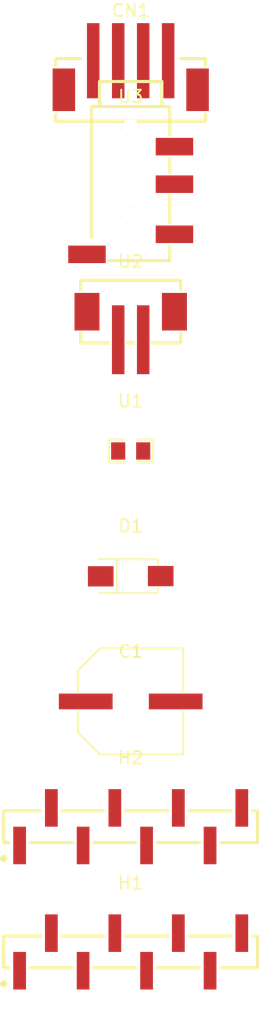
<source format=kicad_pcb>
(kicad_pcb (version 20241229) (generator "atopile") (generator_version "0.12.4")
  (layers (0 "F.Cu" signal) (31 "B.Cu" signal) (34 "B.Paste" user) (35 "F.Paste" user) (36 "B.SilkS" user "B.Silkscreen") (37 "F.SilkS" user "F.Silkscreen") (38 "B.Mask" user) (39 "F.Mask" user) (44 "Edge.Cuts" user))
  (net 0 "")
  (net 3 "footprint-_4-0")
  (net 4 "df_header_right-_5")
  (net 5 "footprint-_6")
  (net 6 "df_header_right-_4")
  (net 7 "df_header_right-_2")
  (net 8 "footprint-_3-1")
  (net 9 "footprint-_5")
  (net 10 "df_header_right-_3")
  (net 11 "df_header_right-_1")
  (net 12 "footprint-net-1")
  (net 13 "df_header_left-_2-0")
  (net 14 "df_header_left-_2-2")
  (net 15 "footprint-net-0")
  (net 16 "footprint-_3-0")
  (net 17 "gnd")
  (net 18 "df_header_left-_1-1")
  (net 19 "v_in_5v")
  (net 20 "footprint-_4-1")
  (net 21 "df_header_left-_2-1")
  (net 22 "v_dfplayer")
  (net 23 "df_header_left-_3")
  (net 24 "_7")
  (net 25 "df_header_left-_1-0")
  (net 26 "df_header_right-_6")
  (net 27 "footprint-net-2")
  (footprint "hanxia_HX_PM2_54_1x8P_TP_H8_5_ZQ:HDR-SMD_8P-P2.54-V-F-LS4.7" (layer "F.Cu") (at 0 0 0)
    (property "Reference" "H1" (at 0 -5.5 0) (layer "F.SilkS") (hide no))
    (property "Value" "")
    (fp_line (start 10.15 -1.27) (end 9.75 -1.27) (stroke (width 0.25)) (layer "F.SilkS"))
    (fp_line (start 7.22 1.27) (end 10.15 1.27) (stroke (width 0.25)) (layer "F.SilkS"))
    (fp_line (start -10.16 1.27) (end -10.16 -1.27) (stroke (width 0.25)) (layer "F.SilkS"))
    (fp_line (start -9.75 1.27) (end -10.16 1.27) (stroke (width 0.25)) (layer "F.SilkS"))
    (fp_line (start -4.67 1.27) (end -8.02 1.27) (stroke (width 0.25)) (layer "F.SilkS"))
    (fp_line (start 0.4 1.27) (end -2.95 1.27) (stroke (width 0.25)) (layer "F.SilkS"))
    (fp_line (start 5.49 1.27) (end 2.13 1.27) (stroke (width 0.25)) (layer "F.SilkS"))
    (fp_line (start 4.67 -1.27) (end 8.02 -1.27) (stroke (width 0.25)) (layer "F.SilkS"))
    (fp_line (start -0.4 -1.27) (end 2.95 -1.27) (stroke (width 0.25)) (layer "F.SilkS"))
    (fp_line (start -5.49 -1.27) (end -2.13 -1.27) (stroke (width 0.25)) (layer "F.SilkS"))
    (fp_line (start -10.16 -1.27) (end -7.22 -1.27) (stroke (width 0.25)) (layer "F.SilkS"))
    (fp_line (start 10.15 -1.27) (end 10.15 -0.51) (stroke (width 0.25)) (layer "F.SilkS"))
    (fp_line (start 10.15 -0.51) (end 10.15 1.27) (stroke (width 0.25)) (layer "F.SilkS"))
    (fp_circle (center -10.16 2.54) (end -10.01 2.54) (stroke (width 0.3)) (fill no) (layer "F.SilkS"))
    (fp_text user "${REFERENCE}" (at 0 -5.5 0) (layer "F.SilkS"))
    (pad "8" smd rect (at 8.89 -1.5 180) (size 1.02 3) (layers "F.Cu" "F.Paste" "F.Mask") (net 17 "gnd"))
    (pad "7" smd rect (at 6.35 1.5 180) (size 1.02 3) (layers "F.Cu" "F.Paste" "F.Mask") (net 14 "df_header_left-_2-2"))
    (pad "6" smd rect (at 3.81 -1.5 180) (size 1.02 3) (layers "F.Cu" "F.Paste" "F.Mask") (net 18 "df_header_left-_1-1"))
    (pad "5" smd rect (at 1.27 1.5 180) (size 1.02 3) (layers "F.Cu" "F.Paste" "F.Mask") (net 21 "df_header_left-_2-1"))
    (pad "4" smd rect (at -1.27 -1.5 180) (size 1.02 3) (layers "F.Cu" "F.Paste" "F.Mask") (net 25 "df_header_left-_1-0"))
    (pad "2" smd rect (at -6.35 -1.5 180) (size 1.02 3) (layers "F.Cu" "F.Paste" "F.Mask") (net 13 "df_header_left-_2-0"))
    (pad "3" smd rect (at -3.81 1.5 180) (size 1.02 3) (layers "F.Cu" "F.Paste" "F.Mask") (net 23 "df_header_left-_3"))
    (pad "1" smd rect (at -8.89 1.5 180) (size 1.02 3) (layers "F.Cu" "F.Paste" "F.Mask") (net 22 "v_dfplayer"))
  )
  (footprint "hanxia_HX_PM2_54_1x8P_TP_H8_5_ZQ:HDR-SMD_8P-P2.54-V-F-LS4.7" (layer "F.Cu") (at 0 -10 0)
    (property "Reference" "H2" (at 0 -5.5 0) (layer "F.SilkS") (hide no))
    (property "Value" "")
    (fp_line (start 10.15 -1.27) (end 9.75 -1.27) (stroke (width 0.25)) (layer "F.SilkS"))
    (fp_line (start 7.22 1.27) (end 10.15 1.27) (stroke (width 0.25)) (layer "F.SilkS"))
    (fp_line (start -10.16 1.27) (end -10.16 -1.27) (stroke (width 0.25)) (layer "F.SilkS"))
    (fp_line (start -9.75 1.27) (end -10.16 1.27) (stroke (width 0.25)) (layer "F.SilkS"))
    (fp_line (start -4.67 1.27) (end -8.02 1.27) (stroke (width 0.25)) (layer "F.SilkS"))
    (fp_line (start 0.4 1.27) (end -2.95 1.27) (stroke (width 0.25)) (layer "F.SilkS"))
    (fp_line (start 5.49 1.27) (end 2.13 1.27) (stroke (width 0.25)) (layer "F.SilkS"))
    (fp_line (start 4.67 -1.27) (end 8.02 -1.27) (stroke (width 0.25)) (layer "F.SilkS"))
    (fp_line (start -0.4 -1.27) (end 2.95 -1.27) (stroke (width 0.25)) (layer "F.SilkS"))
    (fp_line (start -5.49 -1.27) (end -2.13 -1.27) (stroke (width 0.25)) (layer "F.SilkS"))
    (fp_line (start -10.16 -1.27) (end -7.22 -1.27) (stroke (width 0.25)) (layer "F.SilkS"))
    (fp_line (start 10.15 -1.27) (end 10.15 -0.51) (stroke (width 0.25)) (layer "F.SilkS"))
    (fp_line (start 10.15 -0.51) (end 10.15 1.27) (stroke (width 0.25)) (layer "F.SilkS"))
    (fp_circle (center -10.16 2.54) (end -10.01 2.54) (stroke (width 0.3)) (fill no) (layer "F.SilkS"))
    (fp_text user "${REFERENCE}" (at 0 -5.5 0) (layer "F.SilkS"))
    (pad "8" smd rect (at 8.89 -1.5 180) (size 1.02 3) (layers "F.Cu" "F.Paste" "F.Mask") (net 17 "gnd"))
    (pad "7" smd rect (at 6.35 1.5 180) (size 1.02 3) (layers "F.Cu" "F.Paste" "F.Mask") (net 24 "_7"))
    (pad "6" smd rect (at 3.81 -1.5 180) (size 1.02 3) (layers "F.Cu" "F.Paste" "F.Mask") (net 26 "df_header_right-_6"))
    (pad "5" smd rect (at 1.27 1.5 180) (size 1.02 3) (layers "F.Cu" "F.Paste" "F.Mask") (net 4 "df_header_right-_5"))
    (pad "4" smd rect (at -1.27 -1.5 180) (size 1.02 3) (layers "F.Cu" "F.Paste" "F.Mask") (net 6 "df_header_right-_4"))
    (pad "2" smd rect (at -6.35 -1.5 180) (size 1.02 3) (layers "F.Cu" "F.Paste" "F.Mask") (net 7 "df_header_right-_2"))
    (pad "3" smd rect (at -3.81 1.5 180) (size 1.02 3) (layers "F.Cu" "F.Paste" "F.Mask") (net 10 "df_header_right-_3"))
    (pad "1" smd rect (at -8.89 1.5 180) (size 1.02 3) (layers "F.Cu" "F.Paste" "F.Mask") (net 11 "df_header_right-_1"))
  )
  (footprint "PANASONIC_EEEFK1A471AP:CAP-SMD_BD8.0-L8.3-W8.3-LS9.9-FD" (layer "F.Cu") (at 0 -20 0)
    (property "Reference" "C1" (at 0 -4 0) (layer "F.SilkS") (hide no))
    (property "Value" "")
    (fp_line (start 4.2 0.78) (end 4.2 4.23) (stroke (width 0.15)) (layer "F.SilkS"))
    (fp_line (start 4.2 4.23) (end -2.46 4.23) (stroke (width 0.15)) (layer "F.SilkS"))
    (fp_line (start -2.46 4.23) (end -4.2 2.49) (stroke (width 0.15)) (layer "F.SilkS"))
    (fp_line (start -4.2 2.49) (end -4.2 0.78) (stroke (width 0.15)) (layer "F.SilkS"))
    (fp_line (start 4.2 -0.78) (end 4.2 -4.23) (stroke (width 0.15)) (layer "F.SilkS"))
    (fp_line (start 4.2 -4.23) (end -2.46 -4.23) (stroke (width 0.15)) (layer "F.SilkS"))
    (fp_line (start -2.46 -4.23) (end -4.2 -2.49) (stroke (width 0.15)) (layer "F.SilkS"))
    (fp_line (start -4.2 -2.49) (end -4.2 -0.78) (stroke (width 0.15)) (layer "F.SilkS"))
    (fp_text user "${REFERENCE}" (at 0 -4 0) (layer "F.SilkS"))
    (pad "2" smd rect (at 3.6 0 0) (size 4.3 1.26) (layers "F.Cu" "F.Paste" "F.Mask") (net 17 "gnd"))
    (pad "1" smd rect (at -3.6 0 0) (size 4.3 1.26) (layers "F.Cu" "F.Paste" "F.Mask") (net 22 "v_dfplayer"))
  )
  (footprint "hongjiacheng_M1:SMA_L4.3-W2.6-LS5.0-RD" (layer "F.Cu") (at 0 -30 0)
    (property "Reference" "D1" (at 0 -4.01 0) (layer "F.SilkS") (hide no))
    (property "Value" "")
    (fp_line (start -1.08 -1.36) (end -1.08 1.36) (stroke (width 0.15)) (layer "F.SilkS"))
    (fp_line (start -2.5 1.36) (end 2.16 1.36) (stroke (width 0.15)) (layer "F.SilkS"))
    (fp_line (start -2.53 -1.36) (end 2.16 -1.35) (stroke (width 0.15)) (layer "F.SilkS"))
    (fp_line (start 2.16 1.36) (end 2.16 1.01) (stroke (width 0.15)) (layer "F.SilkS"))
    (fp_line (start 2.16 -1.27) (end 2.16 -0.92) (stroke (width 0.15)) (layer "F.SilkS"))
    (fp_text user "${REFERENCE}" (at 0 -4.01 0) (layer "F.SilkS"))
    (pad "2" smd rect (at 2.4 -0.01 180) (size 2.05 1.62) (layers "F.Cu" "F.Paste" "F.Mask") (net 19 "v_in_5v"))
    (pad "1" smd rect (at -2.4 0.01 0) (size 2.05 1.62) (layers "F.Cu" "F.Paste" "F.Mask") (net 22 "v_dfplayer"))
  )
  (footprint "UNI_ROYAL_0805W8F1001T5E:R0805" (layer "F.Cu") (at 0 -40 0)
    (property "Reference" "U1" (at 0 -4 0) (layer "F.SilkS") (hide no))
    (property "Value" "1kΩ ±1% 125mW")
    (fp_line (start 0.48 0.92) (end 1.76 0.92) (stroke (width 0.15)) (layer "F.SilkS"))
    (fp_line (start 1.76 0.92) (end 1.76 -0.92) (stroke (width 0.15)) (layer "F.SilkS"))
    (fp_line (start 1.76 -0.92) (end 0.48 -0.92) (stroke (width 0.15)) (layer "F.SilkS"))
    (fp_line (start -0.48 0.92) (end -1.76 0.92) (stroke (width 0.15)) (layer "F.SilkS"))
    (fp_line (start -1.76 0.92) (end -1.76 -0.92) (stroke (width 0.15)) (layer "F.SilkS"))
    (fp_line (start -1.76 -0.92) (end -0.48 -0.92) (stroke (width 0.15)) (layer "F.SilkS"))
    (fp_text user "${REFERENCE}" (at 0 -4 0) (layer "F.SilkS"))
    (pad "2" smd rect (at 1 0 0) (size 1.13 1.38) (layers "F.Cu" "F.Paste" "F.Mask") (net 12 "footprint-net-1"))
    (pad "1" smd rect (at -1 0 0) (size 1.13 1.38) (layers "F.Cu" "F.Paste" "F.Mask") (net 15 "footprint-net-0"))
  )
  (footprint "JST_Sales_America_B2B_PH_SM4_TBT_LF__SN:CONN-SMD_B2B-PH-SM4-TBT-LF-SN" (layer "F.Cu") (at 0 -50 0)
    (property "Reference" "U2" (at 0 -5.12 0) (layer "F.SilkS") (hide no))
    (property "Value" "")
    (fp_line (start -4 -3.63) (end 4 -3.63) (stroke (width 0.25)) (layer "F.SilkS"))
    (fp_line (start -4 1.37) (end -1.73 1.37) (stroke (width 0.25)) (layer "F.SilkS"))
    (fp_line (start -0.27 1.37) (end 0.27 1.37) (stroke (width 0.25)) (layer "F.SilkS"))
    (fp_line (start 1.73 1.37) (end 4 1.37) (stroke (width 0.25)) (layer "F.SilkS"))
    (fp_line (start 4 1.37) (end 4 0.6) (stroke (width 0.25)) (layer "F.SilkS"))
    (fp_line (start 4 -2.86) (end 4 -3.63) (stroke (width 0.25)) (layer "F.SilkS"))
    (fp_line (start -4 -3.63) (end -4 -2.86) (stroke (width 0.25)) (layer "F.SilkS"))
    (fp_line (start -4 0.6) (end -4 1.37) (stroke (width 0.25)) (layer "F.SilkS"))
    (fp_text user "${REFERENCE}" (at 0 -5.12 0) (layer "F.SilkS"))
    (pad "1" smd rect (at -1 1.12 0) (size 1 5.5) (layers "F.Cu" "F.Paste" "F.Mask") (net 18 "df_header_left-_1-1"))
    (pad "2" smd rect (at 1 1.12 0) (size 1 5.5) (layers "F.Cu" "F.Paste" "F.Mask") (net 14 "df_header_left-_2-2"))
    (pad "3" smd rect (at 3.5 -1.12 0) (size 2 3) (layers "F.Cu" "F.Paste" "F.Mask") (net 8 "footprint-_3-1"))
    (pad "4" smd rect (at -3.5 -1.12 0) (size 2 3) (layers "F.Cu" "F.Paste" "F.Mask") (net 3 "footprint-_4-0"))
  )
  (footprint "HanElectricity_PJ_320D:AUDIO-SMD_HANELECTRICITY_PJ-320D" (layer "F.Cu") (at 0 -60 0)
    (property "Reference" "U3" (at 0 -8.3 0) (layer "F.SilkS") (hide no))
    (property "Value" "")
    (fp_line (start 3.13 3.63) (end 3.13 4.8) (stroke (width 0.25)) (layer "F.SilkS"))
    (fp_line (start 3.13 4.8) (end -1.77 4.8) (stroke (width 0.25)) (layer "F.SilkS"))
    (fp_line (start -2.5 -9.5) (end 2.5 -9.5) (stroke (width 0.25)) (layer "F.SilkS"))
    (fp_line (start -3.12 -7.5) (end -3.12 2.94) (stroke (width 0.25)) (layer "F.SilkS"))
    (fp_line (start 3.13 -7.49) (end 3.13 -5.23) (stroke (width 0.25)) (layer "F.SilkS"))
    (fp_line (start 3.13 -7.5) (end -3.12 -7.5) (stroke (width 0.25)) (layer "F.SilkS"))
    (fp_line (start -2.5 -9.5) (end -2.5 -7.5) (stroke (width 0.25)) (layer "F.SilkS"))
    (fp_line (start 2.5 -7.5) (end 2.5 -9.5) (stroke (width 0.25)) (layer "F.SilkS"))
    (fp_line (start 3.13 -0.37) (end 3.13 1.77) (stroke (width 0.25)) (layer "F.SilkS"))
    (fp_line (start 3.13 -3.37) (end 3.13 -2.23) (stroke (width 0.25)) (layer "F.SilkS"))
    (fp_text user "${REFERENCE}" (at 0 -8.3 0) (layer "F.SilkS"))
    (pad "2" smd rect (at 3.5 -4.3 0) (size 3 1.4) (layers "F.Cu" "F.Paste" "F.Mask") (net 21 "df_header_left-_2-1"))
    (pad "3" smd rect (at 3.5 -1.3 0) (size 3 1.4) (layers "F.Cu" "F.Paste" "F.Mask") (net 17 "gnd"))
    (pad "4" smd rect (at 3.5 2.7 0) (size 3 1.4) (layers "F.Cu" "F.Paste" "F.Mask") (net 20 "footprint-_4-1"))
    (pad "1" smd rect (at -3.5 4.3 0) (size 3 1.4) (layers "F.Cu" "F.Paste" "F.Mask") (net 25 "df_header_left-_1-0"))
    (pad "" thru_hole circle (at 0 -5.8 0) (size 1.4 1.4) (drill 1.4) (layers "*.Cu" "*.Mask") (net 27 "footprint-net-2"))
    (pad "" thru_hole circle (at 0 1.2 0) (size 1.4 1.4) (drill 1.4) (layers "*.Cu" "*.Mask") (net 27 "footprint-net-2"))
  )
  (footprint "JST_Sales_America_B4B_PH_SM4_TB_LF__SN:CONN-SMD_B4B-PH-SM4-TB-LF-SN" (layer "F.Cu") (at 0 -70 0)
    (property "Reference" "CN1" (at 0 -5.16 0) (layer "F.SilkS") (hide no))
    (property "Value" "")
    (fp_line (start 6 3.67) (end -6 3.67) (stroke (width 0.25)) (layer "F.SilkS"))
    (fp_line (start 4 -1.33) (end 6 -1.33) (stroke (width 0.25)) (layer "F.SilkS"))
    (fp_line (start -6 -1.33) (end -4 -1.33) (stroke (width 0.25)) (layer "F.SilkS"))
    (fp_line (start -6 -1.33) (end -6 -0.77) (stroke (width 0.25)) (layer "F.SilkS"))
    (fp_line (start -6 3.67) (end -6 3.09) (stroke (width 0.25)) (layer "F.SilkS"))
    (fp_line (start 6 -1.33) (end 6 -0.77) (stroke (width 0.25)) (layer "F.SilkS"))
    (fp_line (start 6 3.09) (end 6 3.67) (stroke (width 0.25)) (layer "F.SilkS"))
    (fp_text user "${REFERENCE}" (at 0 -5.16 0) (layer "F.SilkS"))
    (pad "1" smd rect (at 3 -1.16 180) (size 1 6) (layers "F.Cu" "F.Paste" "F.Mask") (net 19 "v_in_5v"))
    (pad "2" smd rect (at 1 -1.16 180) (size 1 6) (layers "F.Cu" "F.Paste" "F.Mask") (net 17 "gnd"))
    (pad "3" smd rect (at -1 -1.16 180) (size 1 6) (layers "F.Cu" "F.Paste" "F.Mask") (net 16 "footprint-_3-0"))
    (pad "5" smd rect (at -5.35 1.16 0) (size 1.8 3.4) (layers "F.Cu" "F.Paste" "F.Mask") (net 9 "footprint-_5"))
    (pad "6" smd rect (at 5.35 1.16 0) (size 1.8 3.4) (layers "F.Cu" "F.Paste" "F.Mask") (net 5 "footprint-_6"))
    (pad "4" smd rect (at -3 -1.16 180) (size 1 6) (layers "F.Cu" "F.Paste" "F.Mask") (net 23 "df_header_left-_3"))
  )
)
</source>
